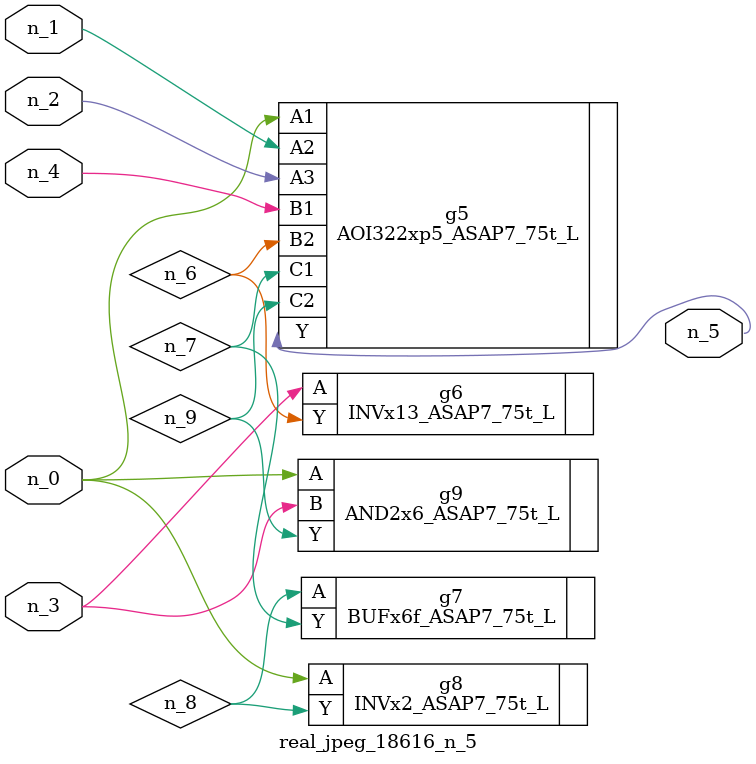
<source format=v>
module real_jpeg_18616_n_5 (n_4, n_0, n_1, n_2, n_3, n_5);

input n_4;
input n_0;
input n_1;
input n_2;
input n_3;

output n_5;

wire n_8;
wire n_6;
wire n_7;
wire n_9;

AOI322xp5_ASAP7_75t_L g5 ( 
.A1(n_0),
.A2(n_1),
.A3(n_2),
.B1(n_4),
.B2(n_6),
.C1(n_7),
.C2(n_9),
.Y(n_5)
);

INVx2_ASAP7_75t_L g8 ( 
.A(n_0),
.Y(n_8)
);

AND2x6_ASAP7_75t_L g9 ( 
.A(n_0),
.B(n_3),
.Y(n_9)
);

INVx13_ASAP7_75t_L g6 ( 
.A(n_3),
.Y(n_6)
);

BUFx6f_ASAP7_75t_L g7 ( 
.A(n_8),
.Y(n_7)
);


endmodule
</source>
